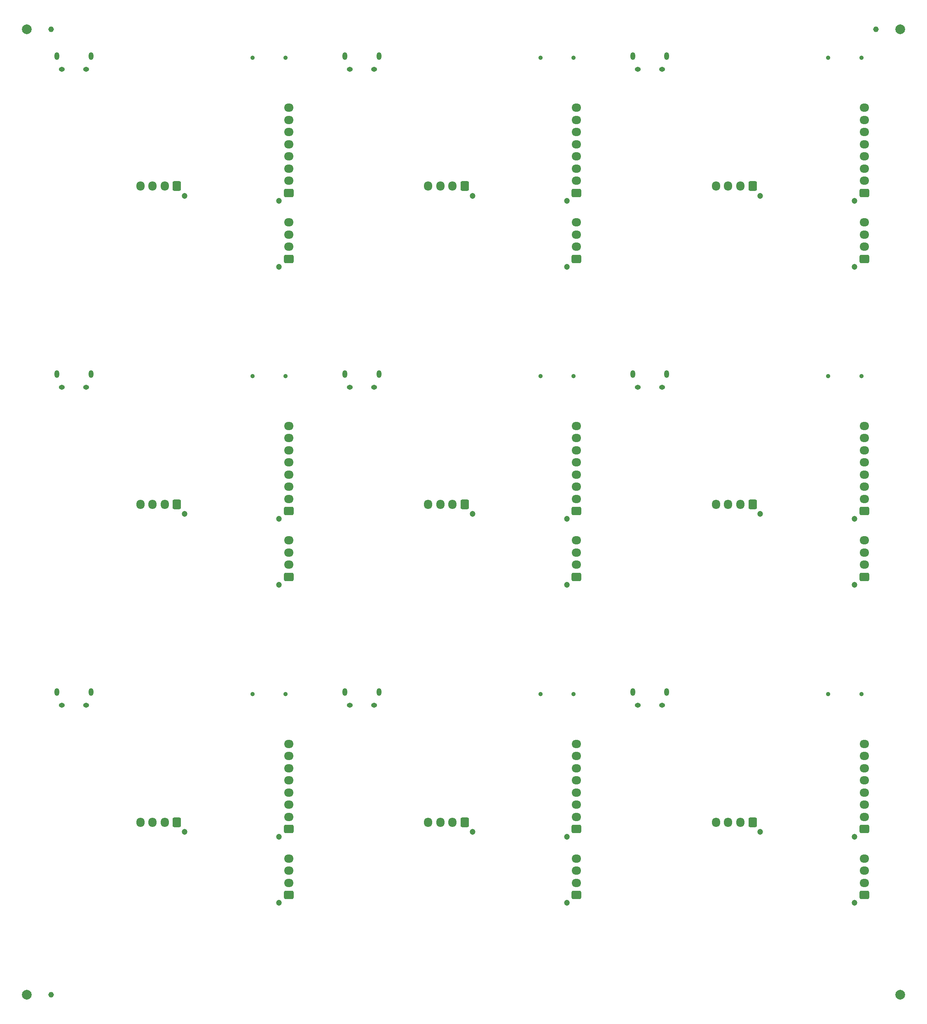
<source format=gbr>
%TF.GenerationSoftware,KiCad,Pcbnew,(6.0.7)*%
%TF.CreationDate,2023-01-21T10:49:02-06:00*%
%TF.ProjectId,SmartSpin2k_Panelized,536d6172-7453-4706-996e-326b5f50616e,2.35*%
%TF.SameCoordinates,Original*%
%TF.FileFunction,Soldermask,Bot*%
%TF.FilePolarity,Negative*%
%FSLAX46Y46*%
G04 Gerber Fmt 4.6, Leading zero omitted, Abs format (unit mm)*
G04 Created by KiCad (PCBNEW (6.0.7)) date 2023-01-21 10:49:02*
%MOMM*%
%LPD*%
G01*
G04 APERTURE LIST*
G04 Aperture macros list*
%AMRoundRect*
0 Rectangle with rounded corners*
0 $1 Rounding radius*
0 $2 $3 $4 $5 $6 $7 $8 $9 X,Y pos of 4 corners*
0 Add a 4 corners polygon primitive as box body*
4,1,4,$2,$3,$4,$5,$6,$7,$8,$9,$2,$3,0*
0 Add four circle primitives for the rounded corners*
1,1,$1+$1,$2,$3*
1,1,$1+$1,$4,$5*
1,1,$1+$1,$6,$7*
1,1,$1+$1,$8,$9*
0 Add four rect primitives between the rounded corners*
20,1,$1+$1,$2,$3,$4,$5,0*
20,1,$1+$1,$4,$5,$6,$7,0*
20,1,$1+$1,$6,$7,$8,$9,0*
20,1,$1+$1,$8,$9,$2,$3,0*%
G04 Aperture macros list end*
%ADD10C,1.200000*%
%ADD11RoundRect,0.250000X0.725000X-0.600000X0.725000X0.600000X-0.725000X0.600000X-0.725000X-0.600000X0*%
%ADD12O,1.950000X1.700000*%
%ADD13C,2.000000*%
%ADD14RoundRect,0.250000X0.600000X0.725000X-0.600000X0.725000X-0.600000X-0.725000X0.600000X-0.725000X0*%
%ADD15O,1.700000X1.950000*%
%ADD16C,0.900000*%
%ADD17O,1.000000X1.550000*%
%ADD18O,1.250000X0.950000*%
%ADD19C,1.152000*%
G04 APERTURE END LIST*
D10*
%TO.C,J1*%
X175098000Y-117377000D03*
D11*
X177098000Y-115777000D03*
D12*
X177098000Y-113277000D03*
X177098000Y-110777000D03*
X177098000Y-108277000D03*
%TD*%
D10*
%TO.C,J3*%
X56781000Y-38548000D03*
D11*
X58781000Y-36948000D03*
D12*
X58781000Y-34448000D03*
X58781000Y-31948000D03*
X58781000Y-29448000D03*
X58781000Y-26948000D03*
X58781000Y-24448000D03*
X58781000Y-21948000D03*
X58781000Y-19448000D03*
%TD*%
D10*
%TO.C,J3*%
X115931000Y-38548000D03*
D11*
X117931000Y-36948000D03*
D12*
X117931000Y-34448000D03*
X117931000Y-31948000D03*
X117931000Y-29448000D03*
X117931000Y-26948000D03*
X117931000Y-24448000D03*
X117931000Y-21948000D03*
X117931000Y-19448000D03*
%TD*%
D10*
%TO.C,J3*%
X56781000Y-103848000D03*
D11*
X58781000Y-102248000D03*
D12*
X58781000Y-99748000D03*
X58781000Y-97248000D03*
X58781000Y-94748000D03*
X58781000Y-92248000D03*
X58781000Y-89748000D03*
X58781000Y-87248000D03*
X58781000Y-84748000D03*
%TD*%
D10*
%TO.C,J1*%
X175098000Y-52077000D03*
D11*
X177098000Y-50477000D03*
D12*
X177098000Y-47977000D03*
X177098000Y-45477000D03*
X177098000Y-42977000D03*
%TD*%
D13*
%TO.C,REF\u002A\u002A*%
X184450000Y-3350000D03*
%TD*%
D10*
%TO.C,J2*%
X96560000Y-37535000D03*
D14*
X94960000Y-35535000D03*
D15*
X92460000Y-35535000D03*
X89960000Y-35535000D03*
X87460000Y-35535000D03*
%TD*%
D10*
%TO.C,J2*%
X96560000Y-102835000D03*
D14*
X94960000Y-100835000D03*
D15*
X92460000Y-100835000D03*
X89960000Y-100835000D03*
X87460000Y-100835000D03*
%TD*%
D10*
%TO.C,J3*%
X175081000Y-38548000D03*
D11*
X177081000Y-36948000D03*
D12*
X177081000Y-34448000D03*
X177081000Y-31948000D03*
X177081000Y-29448000D03*
X177081000Y-26948000D03*
X177081000Y-24448000D03*
X177081000Y-21948000D03*
X177081000Y-19448000D03*
%TD*%
D10*
%TO.C,J2*%
X96560000Y-168135000D03*
D14*
X94960000Y-166135000D03*
D15*
X92460000Y-166135000D03*
X89960000Y-166135000D03*
X87460000Y-166135000D03*
%TD*%
D10*
%TO.C,J1*%
X56798000Y-117377000D03*
D11*
X58798000Y-115777000D03*
D12*
X58798000Y-113277000D03*
X58798000Y-110777000D03*
X58798000Y-108277000D03*
%TD*%
D13*
%TO.C,REF\u002A\u002A*%
X184450000Y-201550000D03*
%TD*%
D10*
%TO.C,J3*%
X115931000Y-103848000D03*
D11*
X117931000Y-102248000D03*
D12*
X117931000Y-99748000D03*
X117931000Y-97248000D03*
X117931000Y-94748000D03*
X117931000Y-92248000D03*
X117931000Y-89748000D03*
X117931000Y-87248000D03*
X117931000Y-84748000D03*
%TD*%
D13*
%TO.C,REF\u002A\u002A*%
X5000000Y-3350000D03*
%TD*%
D10*
%TO.C,J3*%
X56781000Y-169148000D03*
D11*
X58781000Y-167548000D03*
D12*
X58781000Y-165048000D03*
X58781000Y-162548000D03*
X58781000Y-160048000D03*
X58781000Y-157548000D03*
X58781000Y-155048000D03*
X58781000Y-152548000D03*
X58781000Y-150048000D03*
%TD*%
D10*
%TO.C,J3*%
X115931000Y-169148000D03*
D11*
X117931000Y-167548000D03*
D12*
X117931000Y-165048000D03*
X117931000Y-162548000D03*
X117931000Y-160048000D03*
X117931000Y-157548000D03*
X117931000Y-155048000D03*
X117931000Y-152548000D03*
X117931000Y-150048000D03*
%TD*%
D10*
%TO.C,J2*%
X37410000Y-37535000D03*
D14*
X35810000Y-35535000D03*
D15*
X33310000Y-35535000D03*
X30810000Y-35535000D03*
X28310000Y-35535000D03*
%TD*%
D10*
%TO.C,J3*%
X175081000Y-169148000D03*
D11*
X177081000Y-167548000D03*
D12*
X177081000Y-165048000D03*
X177081000Y-162548000D03*
X177081000Y-160048000D03*
X177081000Y-157548000D03*
X177081000Y-155048000D03*
X177081000Y-152548000D03*
X177081000Y-150048000D03*
%TD*%
D10*
%TO.C,J2*%
X155710000Y-102835000D03*
D14*
X154110000Y-100835000D03*
D15*
X151610000Y-100835000D03*
X149110000Y-100835000D03*
X146610000Y-100835000D03*
%TD*%
D10*
%TO.C,J1*%
X115948000Y-52077000D03*
D11*
X117948000Y-50477000D03*
D12*
X117948000Y-47977000D03*
X117948000Y-45477000D03*
X117948000Y-42977000D03*
%TD*%
D10*
%TO.C,J1*%
X175098000Y-182677000D03*
D11*
X177098000Y-181077000D03*
D12*
X177098000Y-178577000D03*
X177098000Y-176077000D03*
X177098000Y-173577000D03*
%TD*%
D13*
%TO.C,REF\u002A\u002A*%
X5000000Y-201550000D03*
%TD*%
D10*
%TO.C,J3*%
X175081000Y-103848000D03*
D11*
X177081000Y-102248000D03*
D12*
X177081000Y-99748000D03*
X177081000Y-97248000D03*
X177081000Y-94748000D03*
X177081000Y-92248000D03*
X177081000Y-89748000D03*
X177081000Y-87248000D03*
X177081000Y-84748000D03*
%TD*%
D10*
%TO.C,J2*%
X155710000Y-37535000D03*
D14*
X154110000Y-35535000D03*
D15*
X151610000Y-35535000D03*
X149110000Y-35535000D03*
X146610000Y-35535000D03*
%TD*%
D10*
%TO.C,J2*%
X155710000Y-168135000D03*
D14*
X154110000Y-166135000D03*
D15*
X151610000Y-166135000D03*
X149110000Y-166135000D03*
X146610000Y-166135000D03*
%TD*%
D10*
%TO.C,J1*%
X56798000Y-182677000D03*
D11*
X58798000Y-181077000D03*
D12*
X58798000Y-178577000D03*
X58798000Y-176077000D03*
X58798000Y-173577000D03*
%TD*%
D10*
%TO.C,J2*%
X37410000Y-168135000D03*
D14*
X35810000Y-166135000D03*
D15*
X33310000Y-166135000D03*
X30810000Y-166135000D03*
X28310000Y-166135000D03*
%TD*%
D10*
%TO.C,J1*%
X56798000Y-52077000D03*
D11*
X58798000Y-50477000D03*
D12*
X58798000Y-47977000D03*
X58798000Y-45477000D03*
X58798000Y-42977000D03*
%TD*%
D10*
%TO.C,J1*%
X115948000Y-117377000D03*
D11*
X117948000Y-115777000D03*
D12*
X117948000Y-113277000D03*
X117948000Y-110777000D03*
X117948000Y-108277000D03*
%TD*%
D10*
%TO.C,J1*%
X115948000Y-182677000D03*
D11*
X117948000Y-181077000D03*
D12*
X117948000Y-178577000D03*
X117948000Y-176077000D03*
X117948000Y-173577000D03*
%TD*%
D10*
%TO.C,J2*%
X37410000Y-102835000D03*
D14*
X35810000Y-100835000D03*
D15*
X33310000Y-100835000D03*
X30810000Y-100835000D03*
X28310000Y-100835000D03*
%TD*%
D16*
%TO.C,S1*%
X117310000Y-74510000D03*
X110510000Y-74510000D03*
%TD*%
D17*
%TO.C,J4*%
X136486600Y-139410000D03*
D18*
X135486600Y-142110000D03*
D17*
X129486600Y-139410000D03*
D18*
X130486600Y-142110000D03*
%TD*%
D17*
%TO.C,J4*%
X77336600Y-74110000D03*
D18*
X71336600Y-76810000D03*
X76336600Y-76810000D03*
D17*
X70336600Y-74110000D03*
%TD*%
D16*
%TO.C,S1*%
X169660000Y-74510000D03*
X176460000Y-74510000D03*
%TD*%
%TO.C,S1*%
X58160000Y-9210000D03*
X51360000Y-9210000D03*
%TD*%
%TO.C,S1*%
X58160000Y-74510000D03*
X51360000Y-74510000D03*
%TD*%
%TO.C,S1*%
X110510000Y-139810000D03*
X117310000Y-139810000D03*
%TD*%
D19*
%TO.C,REF\u002A\u002A*%
X10000000Y-201550000D03*
%TD*%
D18*
%TO.C,J4*%
X76336600Y-142110000D03*
D17*
X77336600Y-139410000D03*
X70336600Y-139410000D03*
D18*
X71336600Y-142110000D03*
%TD*%
%TO.C,J4*%
X71336600Y-11510000D03*
D17*
X70336600Y-8810000D03*
X77336600Y-8810000D03*
D18*
X76336600Y-11510000D03*
%TD*%
%TO.C,J4*%
X130486600Y-76810000D03*
D17*
X136486600Y-74110000D03*
D18*
X135486600Y-76810000D03*
D17*
X129486600Y-74110000D03*
%TD*%
D18*
%TO.C,J4*%
X12186600Y-11510000D03*
X17186600Y-11510000D03*
D17*
X18186600Y-8810000D03*
X11186600Y-8810000D03*
%TD*%
D18*
%TO.C,J4*%
X135486600Y-11510000D03*
D17*
X129486600Y-8810000D03*
X136486600Y-8810000D03*
D18*
X130486600Y-11510000D03*
%TD*%
D16*
%TO.C,S1*%
X176460000Y-9210000D03*
X169660000Y-9210000D03*
%TD*%
D19*
%TO.C,REF\u002A\u002A*%
X10000000Y-3350000D03*
%TD*%
D17*
%TO.C,J4*%
X11186600Y-74110000D03*
D18*
X12186600Y-76810000D03*
X17186600Y-76810000D03*
D17*
X18186600Y-74110000D03*
%TD*%
D18*
%TO.C,J4*%
X17186600Y-142110000D03*
D17*
X18186600Y-139410000D03*
X11186600Y-139410000D03*
D18*
X12186600Y-142110000D03*
%TD*%
D19*
%TO.C,REF\u002A\u002A*%
X179450000Y-3350000D03*
%TD*%
D16*
%TO.C,S1*%
X169660000Y-139810000D03*
X176460000Y-139810000D03*
%TD*%
%TO.C,S1*%
X58160000Y-139810000D03*
X51360000Y-139810000D03*
%TD*%
%TO.C,S1*%
X117310000Y-9210000D03*
X110510000Y-9210000D03*
%TD*%
M02*

</source>
